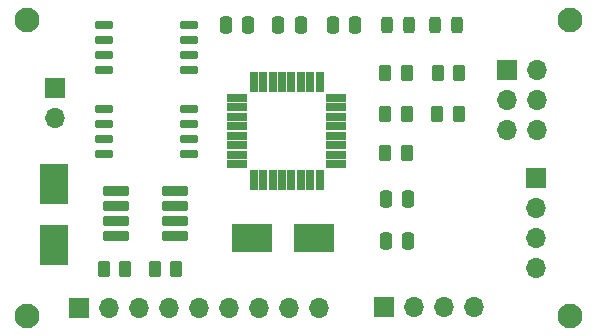
<source format=gts>
%TF.GenerationSoftware,KiCad,Pcbnew,8.0.1*%
%TF.CreationDate,2024-07-18T02:30:48+05:30*%
%TF.ProjectId,MCU_datalogger_PCB,4d43555f-6461-4746-916c-6f676765725f,1*%
%TF.SameCoordinates,Original*%
%TF.FileFunction,Soldermask,Top*%
%TF.FilePolarity,Negative*%
%FSLAX46Y46*%
G04 Gerber Fmt 4.6, Leading zero omitted, Abs format (unit mm)*
G04 Created by KiCad (PCBNEW 8.0.1) date 2024-07-18 02:30:48*
%MOMM*%
%LPD*%
G01*
G04 APERTURE LIST*
G04 Aperture macros list*
%AMRoundRect*
0 Rectangle with rounded corners*
0 $1 Rounding radius*
0 $2 $3 $4 $5 $6 $7 $8 $9 X,Y pos of 4 corners*
0 Add a 4 corners polygon primitive as box body*
4,1,4,$2,$3,$4,$5,$6,$7,$8,$9,$2,$3,0*
0 Add four circle primitives for the rounded corners*
1,1,$1+$1,$2,$3*
1,1,$1+$1,$4,$5*
1,1,$1+$1,$6,$7*
1,1,$1+$1,$8,$9*
0 Add four rect primitives between the rounded corners*
20,1,$1+$1,$2,$3,$4,$5,0*
20,1,$1+$1,$4,$5,$6,$7,0*
20,1,$1+$1,$6,$7,$8,$9,0*
20,1,$1+$1,$8,$9,$2,$3,0*%
G04 Aperture macros list end*
%ADD10RoundRect,0.150000X-0.650000X-0.150000X0.650000X-0.150000X0.650000X0.150000X-0.650000X0.150000X0*%
%ADD11RoundRect,0.094250X-0.742750X-0.282750X0.742750X-0.282750X0.742750X0.282750X-0.742750X0.282750X0*%
%ADD12RoundRect,0.094250X-0.282750X-0.742750X0.282750X-0.742750X0.282750X0.742750X-0.282750X0.742750X0*%
%ADD13RoundRect,0.099250X-0.987750X-0.297750X0.987750X-0.297750X0.987750X0.297750X-0.987750X0.297750X0*%
%ADD14R,1.700000X1.700000*%
%ADD15O,1.700000X1.700000*%
%ADD16RoundRect,0.243750X-0.243750X-0.456250X0.243750X-0.456250X0.243750X0.456250X-0.243750X0.456250X0*%
%ADD17RoundRect,0.250000X0.262500X0.450000X-0.262500X0.450000X-0.262500X-0.450000X0.262500X-0.450000X0*%
%ADD18RoundRect,0.250000X-0.250000X-0.475000X0.250000X-0.475000X0.250000X0.475000X-0.250000X0.475000X0*%
%ADD19RoundRect,0.250000X-0.262500X-0.450000X0.262500X-0.450000X0.262500X0.450000X-0.262500X0.450000X0*%
%ADD20C,2.100000*%
%ADD21R,3.500000X2.400000*%
%ADD22RoundRect,0.250000X0.250000X0.475000X-0.250000X0.475000X-0.250000X-0.475000X0.250000X-0.475000X0*%
%ADD23R,2.400000X3.500000*%
G04 APERTURE END LIST*
D10*
%TO.C,U2*%
X115750000Y-81785000D03*
X115750000Y-83055000D03*
X115750000Y-84325000D03*
X115750000Y-85595000D03*
X122950000Y-85595000D03*
X122950000Y-84325000D03*
X122950000Y-83055000D03*
X122950000Y-81785000D03*
%TD*%
D11*
%TO.C,U3*%
X127070000Y-88005000D03*
X127070000Y-88805000D03*
X127070000Y-89605000D03*
X127070000Y-90405000D03*
X127070000Y-91205000D03*
X127070000Y-92005000D03*
X127070000Y-92805000D03*
X127070000Y-93605000D03*
D12*
X128440000Y-94975000D03*
X129240000Y-94975000D03*
X130040000Y-94975000D03*
X130840000Y-94975000D03*
X131640000Y-94975000D03*
X132440000Y-94975000D03*
X133240000Y-94975000D03*
X134040000Y-94975000D03*
D11*
X135410000Y-93605000D03*
X135410000Y-92805000D03*
X135410000Y-92005000D03*
X135410000Y-91205000D03*
X135410000Y-90405000D03*
X135410000Y-89605000D03*
X135410000Y-88805000D03*
X135410000Y-88005000D03*
D12*
X134040000Y-86635000D03*
X133240000Y-86635000D03*
X132440000Y-86635000D03*
X131640000Y-86635000D03*
X130840000Y-86635000D03*
X130040000Y-86635000D03*
X129240000Y-86635000D03*
X128440000Y-86635000D03*
%TD*%
D10*
%TO.C,U1*%
X115750000Y-88915000D03*
X115750000Y-90185000D03*
X115750000Y-91455000D03*
X115750000Y-92725000D03*
X122960000Y-92720000D03*
X122950000Y-91455000D03*
X122950000Y-90185000D03*
X122950000Y-88915000D03*
%TD*%
D13*
%TO.C,U4*%
X116802000Y-95849000D03*
X116802000Y-97119000D03*
X116802000Y-98389000D03*
X116802000Y-99659000D03*
X121752000Y-99659000D03*
X121752000Y-98389000D03*
X121752000Y-97119000D03*
X121752000Y-95849000D03*
%TD*%
D14*
%TO.C,J2*%
X139446000Y-105664000D03*
D15*
X141986000Y-105664000D03*
X144526000Y-105664000D03*
X147066000Y-105664000D03*
%TD*%
D16*
%TO.C,D2*%
X139732500Y-81840000D03*
X141607500Y-81840000D03*
%TD*%
D17*
%TO.C,R1*%
X117575500Y-102453000D03*
X115750500Y-102453000D03*
%TD*%
D18*
%TO.C,C3*%
X130515000Y-81825000D03*
X132415000Y-81825000D03*
%TD*%
D19*
%TO.C,R6*%
X144003000Y-89319000D03*
X145828000Y-89319000D03*
%TD*%
D14*
%TO.C,J1*%
X152390000Y-94750000D03*
D15*
X152390000Y-97290000D03*
X152390000Y-99830000D03*
X152390000Y-102370000D03*
%TD*%
D14*
%TO.C,J3*%
X113665000Y-105791000D03*
D15*
X116205000Y-105791000D03*
X118745000Y-105791000D03*
X121285000Y-105791000D03*
X123825000Y-105791000D03*
X126365000Y-105791000D03*
X128905000Y-105791000D03*
X131445000Y-105791000D03*
X133985000Y-105791000D03*
%TD*%
D17*
%TO.C,R2*%
X121893500Y-102453000D03*
X120068500Y-102453000D03*
%TD*%
D14*
%TO.C,BT1*%
X111630000Y-87180000D03*
D15*
X111630000Y-89720000D03*
%TD*%
D19*
%TO.C,R7*%
X139605000Y-85890000D03*
X141430000Y-85890000D03*
%TD*%
D17*
%TO.C,R4*%
X141406500Y-89319000D03*
X139581500Y-89319000D03*
%TD*%
D20*
%TO.C,H3*%
X109220000Y-106426000D03*
%TD*%
D14*
%TO.C,J4*%
X149860000Y-85598000D03*
D15*
X152400000Y-85598000D03*
X149860000Y-88138000D03*
X152400000Y-88138000D03*
X149860000Y-90678000D03*
X152400000Y-90678000D03*
%TD*%
D21*
%TO.C,Y2*%
X133537000Y-99822000D03*
X128337000Y-99822000D03*
%TD*%
D20*
%TO.C,H1*%
X155194000Y-81407000D03*
%TD*%
D22*
%TO.C,C2*%
X141510000Y-96558000D03*
X139610000Y-96558000D03*
%TD*%
D16*
%TO.C,D1*%
X143796500Y-81840000D03*
X145671500Y-81840000D03*
%TD*%
D22*
%TO.C,C4*%
X141510000Y-100114000D03*
X139610000Y-100114000D03*
%TD*%
D20*
%TO.C,H4*%
X155194000Y-106426000D03*
%TD*%
%TO.C,H2*%
X109220000Y-81407000D03*
%TD*%
D17*
%TO.C,R3*%
X141406500Y-92621000D03*
X139581500Y-92621000D03*
%TD*%
D18*
%TO.C,C5*%
X135148000Y-81825000D03*
X137048000Y-81825000D03*
%TD*%
D17*
%TO.C,R5*%
X145851500Y-85890000D03*
X144026500Y-85890000D03*
%TD*%
D22*
%TO.C,C1*%
X127970000Y-81825000D03*
X126070000Y-81825000D03*
%TD*%
D23*
%TO.C,Y1*%
X111540000Y-100480000D03*
X111540000Y-95280000D03*
%TD*%
M02*

</source>
